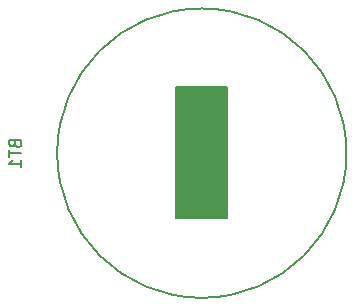
<source format=gbo>
G04 #@! TF.GenerationSoftware,KiCad,Pcbnew,5.0.2-bee76a0~70~ubuntu18.04.1*
G04 #@! TF.CreationDate,2018-12-20T12:23:35+01:00*
G04 #@! TF.ProjectId,temp_hum,74656d70-5f68-4756-9d2e-6b696361645f,rev?*
G04 #@! TF.SameCoordinates,Original*
G04 #@! TF.FileFunction,Legend,Bot*
G04 #@! TF.FilePolarity,Positive*
%FSLAX46Y46*%
G04 Gerber Fmt 4.6, Leading zero omitted, Abs format (unit mm)*
G04 Created by KiCad (PCBNEW 5.0.2-bee76a0~70~ubuntu18.04.1) date tor 20 dec 2018 12:23:35*
%MOMM*%
%LPD*%
G01*
G04 APERTURE LIST*
%ADD10C,0.150000*%
G04 APERTURE END LIST*
D10*
G04 #@! TO.C,BT1*
X149136601Y-56307560D02*
G75*
G03X149136601Y-56307560I-12250000J0D01*
G01*
G36*
X134727601Y-50719560D02*
X134727601Y-61768560D01*
X139045601Y-61768560D01*
X139045601Y-50719560D01*
X134727601Y-50719560D01*
G37*
X134727601Y-50719560D02*
X134727601Y-61768560D01*
X139045601Y-61768560D01*
X139045601Y-50719560D01*
X134727601Y-50719560D01*
X121067172Y-55521845D02*
X121114791Y-55664702D01*
X121162410Y-55712321D01*
X121257648Y-55759940D01*
X121400505Y-55759940D01*
X121495743Y-55712321D01*
X121543362Y-55664702D01*
X121590981Y-55569464D01*
X121590981Y-55188512D01*
X120590981Y-55188512D01*
X120590981Y-55521845D01*
X120638601Y-55617083D01*
X120686220Y-55664702D01*
X120781458Y-55712321D01*
X120876696Y-55712321D01*
X120971934Y-55664702D01*
X121019553Y-55617083D01*
X121067172Y-55521845D01*
X121067172Y-55188512D01*
X120590981Y-56045655D02*
X120590981Y-56617083D01*
X121590981Y-56331369D02*
X120590981Y-56331369D01*
X121590981Y-57474226D02*
X121590981Y-56902798D01*
X121590981Y-57188512D02*
X120590981Y-57188512D01*
X120733839Y-57093274D01*
X120829077Y-56998036D01*
X120876696Y-56902798D01*
G04 #@! TD*
M02*

</source>
